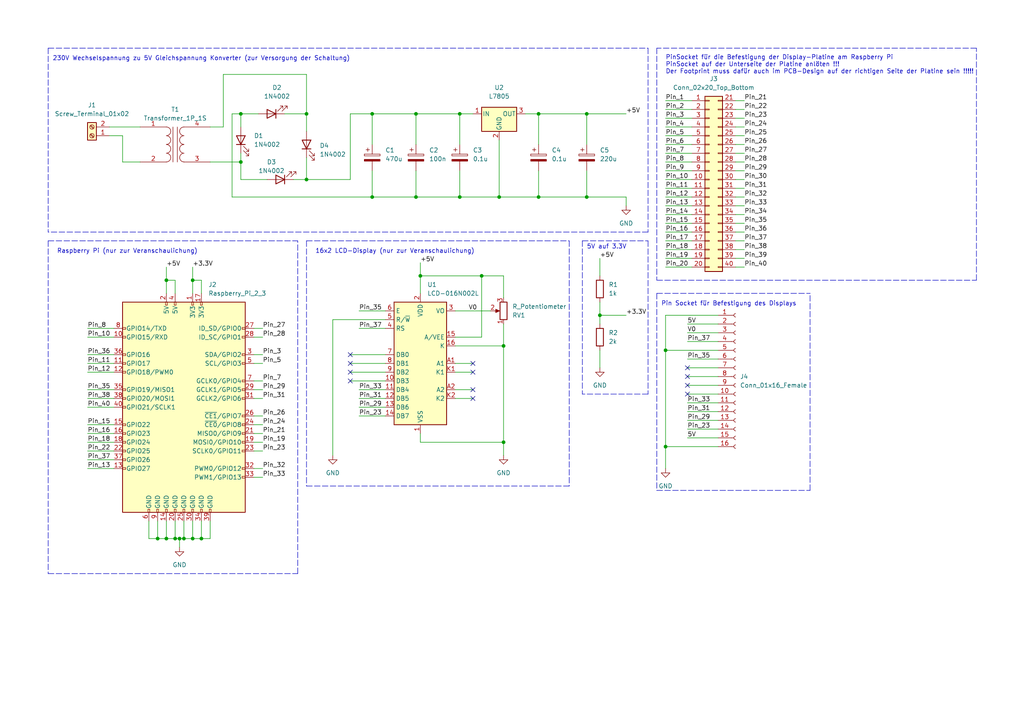
<source format=kicad_sch>
(kicad_sch (version 20211123) (generator eeschema)
  (paper "A4")
  (lib_symbols
    (symbol "Connector:Conn_01x16_Female" (pin_names (offset 1.016) hide)
      (property "Reference" "J" (at 0 20.32 0))
      (property "Value" "Conn_01x16_Female" (at 0 -22.86 0))
      (symbol "Conn_01x16_Female_1_1"
        (arc (start 0 -19.812) (mid -0.508 -20.32) (end 0 -20.828) (stroke (width 0.1524)))
        (arc (start 0 -17.272) (mid -0.508 -17.78) (end 0 -18.288) (stroke (width 0.1524)))
        (arc (start 0 -14.732) (mid -0.508 -15.24) (end 0 -15.748) (stroke (width 0.1524)))
        (arc (start 0 -12.192) (mid -0.508 -12.7) (end 0 -13.208) (stroke (width 0.1524)))
        (arc (start 0 -9.652) (mid -0.508 -10.16) (end 0 -10.668) (stroke (width 0.1524)))
        (arc (start 0 -7.112) (mid -0.508 -7.62) (end 0 -8.128) (stroke (width 0.1524)))
        (arc (start 0 -4.572) (mid -0.508 -5.08) (end 0 -5.588) (stroke (width 0.1524)))
        (arc (start 0 -2.032) (mid -0.508 -2.54) (end 0 -3.048) (stroke (width 0.1524)))
        (polyline (pts (xy -1.27 -20.32) (xy -0.508 -20.32)) (stroke (width 0.1524)))
        (polyline (pts (xy -1.27 -17.78) (xy -0.508 -17.78)) (stroke (width 0.1524)))
        (polyline (pts (xy -1.27 -15.24) (xy -0.508 -15.24)) (stroke (width 0.1524)))
        (polyline (pts (xy -1.27 -12.7) (xy -0.508 -12.7)) (stroke (width 0.1524)))
        (polyline (pts (xy -1.27 -10.16) (xy -0.508 -10.16)) (stroke (width 0.1524)))
        (polyline (pts (xy -1.27 -7.62) (xy -0.508 -7.62)) (stroke (width 0.1524)))
        (polyline (pts (xy -1.27 -5.08) (xy -0.508 -5.08)) (stroke (width 0.1524)))
        (polyline (pts (xy -1.27 -2.54) (xy -0.508 -2.54)) (stroke (width 0.1524)))
        (polyline (pts (xy -1.27 0) (xy -0.508 0)) (stroke (width 0.1524)))
        (polyline (pts (xy -1.27 2.54) (xy -0.508 2.54)) (stroke (width 0.1524)))
        (polyline (pts (xy -1.27 5.08) (xy -0.508 5.08)) (stroke (width 0.1524)))
        (polyline (pts (xy -1.27 7.62) (xy -0.508 7.62)) (stroke (width 0.1524)))
        (polyline (pts (xy -1.27 10.16) (xy -0.508 10.16)) (stroke (width 0.1524)))
        (polyline (pts (xy -1.27 12.7) (xy -0.508 12.7)) (stroke (width 0.1524)))
        (polyline (pts (xy -1.27 15.24) (xy -0.508 15.24)) (stroke (width 0.1524)))
        (polyline (pts (xy -1.27 17.78) (xy -0.508 17.78)) (stroke (width 0.1524)))
        (arc (start 0 0.508) (mid -0.508 0) (end 0 -0.508) (stroke (width 0.1524)))
        (arc (start 0 3.048) (mid -0.508 2.54) (end 0 2.032) (stroke (width 0.1524)))
        (arc (start 0 5.588) (mid -0.508 5.08) (end 0 4.572) (stroke (width 0.1524)))
        (arc (start 0 8.128) (mid -0.508 7.62) (end 0 7.112) (stroke (width 0.1524)))
        (arc (start 0 10.668) (mid -0.508 10.16) (end 0 9.652) (stroke (width 0.1524)))
        (arc (start 0 13.208) (mid -0.508 12.7) (end 0 12.192) (stroke (width 0.1524)))
        (arc (start 0 15.748) (mid -0.508 15.24) (end 0 14.732) (stroke (width 0.1524)))
        (arc (start 0 18.288) (mid -0.508 17.78) (end 0 17.272) (stroke (width 0.1524)))
        (pin passive line (at -5.08 17.78 0) (length 3.81) (name "Pin_1") (number "1"))
        (pin passive line (at -5.08 -5.08 0) (length 3.81) (name "Pin_10") (number "10"))
        (pin passive line (at -5.08 -7.62 0) (length 3.81) (name "Pin_11") (number "11"))
        (pin passive line (at -5.08 -10.16 0) (length 3.81) (name "Pin_12") (number "12"))
        (pin passive line (at -5.08 -12.7 0) (length 3.81) (name "Pin_13") (number "13"))
        (pin passive line (at -5.08 -15.24 0) (length 3.81) (name "Pin_14") (number "14"))
        (pin passive line (at -5.08 -17.78 0) (length 3.81) (name "Pin_15") (number "15"))
        (pin passive line (at -5.08 -20.32 0) (length 3.81) (name "Pin_16") (number "16"))
        (pin passive line (at -5.08 15.24 0) (length 3.81) (name "Pin_2") (number "2"))
        (pin passive line (at -5.08 12.7 0) (length 3.81) (name "Pin_3") (number "3"))
        (pin passive line (at -5.08 10.16 0) (length 3.81) (name "Pin_4") (number "4"))
        (pin passive line (at -5.08 7.62 0) (length 3.81) (name "Pin_5") (number "5"))
        (pin passive line (at -5.08 5.08 0) (length 3.81) (name "Pin_6") (number "6"))
        (pin passive line (at -5.08 2.54 0) (length 3.81) (name "Pin_7") (number "7"))
        (pin passive line (at -5.08 0 0) (length 3.81) (name "Pin_8") (number "8"))
        (pin passive line (at -5.08 -2.54 0) (length 3.81) (name "Pin_9") (number "9"))
      )
    )
    (symbol "Connector:Raspberry_Pi_2_3" (pin_names (offset 1.016))
      (property "Reference" "J" (at -17.78 31.75 0))
      (property "Value" "Raspberry_Pi_2_3" (at 10.16 -31.75 0))
      (symbol "Raspberry_Pi_2_3_0_1"
        (rectangle (start -17.78 30.48) (end 17.78 -30.48) (stroke (width 0.254)) (fill (type background)))
      )
      (symbol "Raspberry_Pi_2_3_1_1"
        (rectangle (start -16.891 -17.526) (end -17.78 -18.034))
        (rectangle (start -16.891 -14.986) (end -17.78 -15.494))
        (rectangle (start -16.891 -12.446) (end -17.78 -12.954))
        (rectangle (start -16.891 -9.906) (end -17.78 -10.414))
        (rectangle (start -16.891 -7.366) (end -17.78 -7.874))
        (rectangle (start -16.891 -4.826) (end -17.78 -5.334))
        (rectangle (start -16.891 0.254) (end -17.78 -0.254))
        (rectangle (start -16.891 2.794) (end -17.78 2.286))
        (rectangle (start -16.891 5.334) (end -17.78 4.826))
        (rectangle (start -16.891 10.414) (end -17.78 9.906))
        (rectangle (start -16.891 12.954) (end -17.78 12.446))
        (rectangle (start -16.891 15.494) (end -17.78 14.986))
        (rectangle (start -16.891 20.574) (end -17.78 20.066))
        (rectangle (start -16.891 23.114) (end -17.78 22.606))
        (rectangle (start -10.414 -29.591) (end -9.906 -30.48))
        (rectangle (start -7.874 -29.591) (end -7.366 -30.48))
        (rectangle (start -5.334 -29.591) (end -4.826 -30.48))
        (rectangle (start -5.334 30.48) (end -4.826 29.591))
        (rectangle (start -2.794 -29.591) (end -2.286 -30.48))
        (rectangle (start -2.794 30.48) (end -2.286 29.591))
        (rectangle (start -0.254 -29.591) (end 0.254 -30.48))
        (rectangle (start 2.286 -29.591) (end 2.794 -30.48))
        (rectangle (start 2.286 30.48) (end 2.794 29.591))
        (rectangle (start 4.826 -29.591) (end 5.334 -30.48))
        (rectangle (start 4.826 30.48) (end 5.334 29.591))
        (rectangle (start 7.366 -29.591) (end 7.874 -30.48))
        (rectangle (start 17.78 -20.066) (end 16.891 -20.574))
        (rectangle (start 17.78 -17.526) (end 16.891 -18.034))
        (rectangle (start 17.78 -12.446) (end 16.891 -12.954))
        (rectangle (start 17.78 -9.906) (end 16.891 -10.414))
        (rectangle (start 17.78 -7.366) (end 16.891 -7.874))
        (rectangle (start 17.78 -4.826) (end 16.891 -5.334))
        (rectangle (start 17.78 -2.286) (end 16.891 -2.794))
        (rectangle (start 17.78 2.794) (end 16.891 2.286))
        (rectangle (start 17.78 5.334) (end 16.891 4.826))
        (rectangle (start 17.78 7.874) (end 16.891 7.366))
        (rectangle (start 17.78 12.954) (end 16.891 12.446))
        (rectangle (start 17.78 15.494) (end 16.891 14.986))
        (rectangle (start 17.78 20.574) (end 16.891 20.066))
        (rectangle (start 17.78 23.114) (end 16.891 22.606))
        (pin power_in line (at 2.54 33.02 270) (length 2.54) (name "3V3") (number "1"))
        (pin bidirectional line (at -20.32 20.32 0) (length 2.54) (name "GPIO15/RXD") (number "10"))
        (pin bidirectional line (at -20.32 12.7 0) (length 2.54) (name "GPIO17") (number "11"))
        (pin bidirectional line (at -20.32 10.16 0) (length 2.54) (name "GPIO18/PWM0") (number "12"))
        (pin bidirectional line (at -20.32 -17.78 0) (length 2.54) (name "GPIO27") (number "13"))
        (pin power_in line (at -5.08 -33.02 90) (length 2.54) (name "GND") (number "14"))
        (pin bidirectional line (at -20.32 -5.08 0) (length 2.54) (name "GPIO22") (number "15"))
        (pin bidirectional line (at -20.32 -7.62 0) (length 2.54) (name "GPIO23") (number "16"))
        (pin power_in line (at 5.08 33.02 270) (length 2.54) (name "3V3") (number "17"))
        (pin bidirectional line (at -20.32 -10.16 0) (length 2.54) (name "GPIO24") (number "18"))
        (pin bidirectional line (at 20.32 -10.16 180) (length 2.54) (name "MOSI0/GPIO10") (number "19"))
        (pin power_in line (at -5.08 33.02 270) (length 2.54) (name "5V") (number "2"))
        (pin power_in line (at -2.54 -33.02 90) (length 2.54) (name "GND") (number "20"))
        (pin bidirectional line (at 20.32 -7.62 180) (length 2.54) (name "MISO0/GPIO9") (number "21"))
        (pin bidirectional line (at -20.32 -12.7 0) (length 2.54) (name "GPIO25") (number "22"))
        (pin bidirectional line (at 20.32 -12.7 180) (length 2.54) (name "SCLK0/GPIO11") (number "23"))
        (pin bidirectional line (at 20.32 -5.08 180) (length 2.54) (name "~{CE0}/GPIO8") (number "24"))
        (pin power_in line (at 0 -33.02 90) (length 2.54) (name "GND") (number "25"))
        (pin bidirectional line (at 20.32 -2.54 180) (length 2.54) (name "~{CE1}/GPIO7") (number "26"))
        (pin bidirectional line (at 20.32 22.86 180) (length 2.54) (name "ID_SD/GPIO0") (number "27"))
        (pin bidirectional line (at 20.32 20.32 180) (length 2.54) (name "ID_SC/GPIO1") (number "28"))
        (pin bidirectional line (at 20.32 5.08 180) (length 2.54) (name "GCLK1/GPIO5") (number "29"))
        (pin bidirectional line (at 20.32 15.24 180) (length 2.54) (name "SDA/GPIO2") (number "3"))
        (pin power_in line (at 2.54 -33.02 90) (length 2.54) (name "GND") (number "30"))
        (pin bidirectional line (at 20.32 2.54 180) (length 2.54) (name "GCLK2/GPIO6") (number "31"))
        (pin bidirectional line (at 20.32 -17.78 180) (length 2.54) (name "PWM0/GPIO12") (number "32"))
        (pin bidirectional line (at 20.32 -20.32 180) (length 2.54) (name "PWM1/GPIO13") (number "33"))
        (pin power_in line (at 5.08 -33.02 90) (length 2.54) (name "GND") (number "34"))
        (pin bidirectional line (at -20.32 5.08 0) (length 2.54) (name "GPIO19/MISO1") (number "35"))
        (pin bidirectional line (at -20.32 15.24 0) (length 2.54) (name "GPIO16") (number "36"))
        (pin bidirectional line (at -20.32 -15.24 0) (length 2.54) (name "GPIO26") (number "37"))
        (pin bidirectional line (at -20.32 2.54 0) (length 2.54) (name "GPIO20/MOSI1") (number "38"))
        (pin power_in line (at 7.62 -33.02 90) (length 2.54) (name "GND") (number "39"))
        (pin power_in line (at -2.54 33.02 270) (length 2.54) (name "5V") (number "4"))
        (pin bidirectional line (at -20.32 0 0) (length 2.54) (name "GPIO21/SCLK1") (number "40"))
        (pin bidirectional line (at 20.32 12.7 180) (length 2.54) (name "SCL/GPIO3") (number "5"))
        (pin power_in line (at -10.16 -33.02 90) (length 2.54) (name "GND") (number "6"))
        (pin bidirectional line (at 20.32 7.62 180) (length 2.54) (name "GCLK0/GPIO4") (number "7"))
        (pin bidirectional line (at -20.32 22.86 0) (length 2.54) (name "GPIO14/TXD") (number "8"))
        (pin power_in line (at -7.62 -33.02 90) (length 2.54) (name "GND") (number "9"))
      )
    )
    (symbol "Connector:Screw_Terminal_01x02" (pin_names (offset 1.016) hide)
      (property "Reference" "J" (at 0 2.54 0))
      (property "Value" "Screw_Terminal_01x02" (at 0 -5.08 0))
      (symbol "Screw_Terminal_01x02_1_1"
        (rectangle (start -1.27 1.27) (end 1.27 -3.81) (stroke (width 0.254)) (fill (type background)))
        (circle (center 0 -2.54) (radius 0.635) (stroke (width 0.1524)))
        (polyline (pts (xy -0.5334 -2.2098) (xy 0.3302 -3.048)) (stroke (width 0.1524)))
        (polyline (pts (xy -0.5334 0.3302) (xy 0.3302 -0.508)) (stroke (width 0.1524)))
        (polyline (pts (xy -0.3556 -2.032) (xy 0.508 -2.8702)) (stroke (width 0.1524)))
        (polyline (pts (xy -0.3556 0.508) (xy 0.508 -0.3302)) (stroke (width 0.1524)))
        (circle (center 0 0) (radius 0.635) (stroke (width 0.1524)))
        (pin passive line (at -5.08 0 0) (length 3.81) (name "Pin_1") (number "1"))
        (pin passive line (at -5.08 -2.54 0) (length 3.81) (name "Pin_2") (number "2"))
      )
    )
    (symbol "Connector_Generic:Conn_02x20_Top_Bottom" (pin_names (offset 1.016) hide)
      (property "Reference" "J" (at 1.27 25.4 0))
      (property "Value" "Conn_02x20_Top_Bottom" (at 1.27 -27.94 0))
      (symbol "Conn_02x20_Top_Bottom_1_1"
        (rectangle (start -1.27 -25.273) (end 0 -25.527) (stroke (width 0.1524)))
        (rectangle (start -1.27 -22.733) (end 0 -22.987) (stroke (width 0.1524)))
        (rectangle (start -1.27 -20.193) (end 0 -20.447) (stroke (width 0.1524)))
        (rectangle (start -1.27 -17.653) (end 0 -17.907) (stroke (width 0.1524)))
        (rectangle (start -1.27 -15.113) (end 0 -15.367) (stroke (width 0.1524)))
        (rectangle (start -1.27 -12.573) (end 0 -12.827) (stroke (width 0.1524)))
        (rectangle (start -1.27 -10.033) (end 0 -10.287) (stroke (width 0.1524)))
        (rectangle (start -1.27 -7.493) (end 0 -7.747) (stroke (width 0.1524)))
        (rectangle (start -1.27 -4.953) (end 0 -5.207) (stroke (width 0.1524)))
        (rectangle (start -1.27 -2.413) (end 0 -2.667) (stroke (width 0.1524)))
        (rectangle (start -1.27 0.127) (end 0 -0.127) (stroke (width 0.1524)))
        (rectangle (start -1.27 2.667) (end 0 2.413) (stroke (width 0.1524)))
        (rectangle (start -1.27 5.207) (end 0 4.953) (stroke (width 0.1524)))
        (rectangle (start -1.27 7.747) (end 0 7.493) (stroke (width 0.1524)))
        (rectangle (start -1.27 10.287) (end 0 10.033) (stroke (width 0.1524)))
        (rectangle (start -1.27 12.827) (end 0 12.573) (stroke (width 0.1524)))
        (rectangle (start -1.27 15.367) (end 0 15.113) (stroke (width 0.1524)))
        (rectangle (start -1.27 17.907) (end 0 17.653) (stroke (width 0.1524)))
        (rectangle (start -1.27 20.447) (end 0 20.193) (stroke (width 0.1524)))
        (rectangle (start -1.27 22.987) (end 0 22.733) (stroke (width 0.1524)))
        (rectangle (start -1.27 24.13) (end 3.81 -26.67) (stroke (width 0.254)) (fill (type background)))
        (rectangle (start 3.81 -25.273) (end 2.54 -25.527) (stroke (width 0.1524)))
        (rectangle (start 3.81 -22.733) (end 2.54 -22.987) (stroke (width 0.1524)))
        (rectangle (start 3.81 -20.193) (end 2.54 -20.447) (stroke (width 0.1524)))
        (rectangle (start 3.81 -17.653) (end 2.54 -17.907) (stroke (width 0.1524)))
        (rectangle (start 3.81 -15.113) (end 2.54 -15.367) (stroke (width 0.1524)))
        (rectangle (start 3.81 -12.573) (end 2.54 -12.827) (stroke (width 0.1524)))
        (rectangle (start 3.81 -10.033) (end 2.54 -10.287) (stroke (width 0.1524)))
        (rectangle (start 3.81 -7.493) (end 2.54 -7.747) (stroke (width 0.1524)))
        (rectangle (start 3.81 -4.953) (end 2.54 -5.207) (stroke (width 0.1524)))
        (rectangle (start 3.81 -2.413) (end 2.54 -2.667) (stroke (width 0.1524)))
        (rectangle (start 3.81 0.127) (end 2.54 -0.127) (stroke (width 0.1524)))
        (rectangle (start 3.81 2.667) (end 2.54 2.413) (stroke (width 0.1524)))
        (rectangle (start 3.81 5.207) (end 2.54 4.953) (stroke (width 0.1524)))
        (rectangle (start 3.81 7.747) (end 2.54 7.493) (stroke (width 0.1524)))
        (rectangle (start 3.81 10.287) (end 2.54 10.033) (stroke (width 0.1524)))
        (rectangle (start 3.81 12.827) (end 2.54 12.573) (stroke (width 0.1524)))
        (rectangle (start 3.81 15.367) (end 2.54 15.113) (stroke (width 0.1524)))
        (rectangle (start 3.81 17.907) (end 2.54 17.653) (stroke (width 0.1524)))
        (rectangle (start 3.81 20.447) (end 2.54 20.193) (stroke (width 0.1524)))
        (rectangle (start 3.81 22.987) (end 2.54 22.733) (stroke (width 0.1524)))
        (pin passive line (at -5.08 22.86 0) (length 3.81) (name "Pin_1") (number "1"))
        (pin passive line (at -5.08 0 0) (length 3.81) (name "Pin_10") (number "10"))
        (pin passive line (at -5.08 -2.54 0) (length 3.81) (name "Pin_11") (number "11"))
        (pin passive line (at -5.08 -5.08 0) (length 3.81) (name "Pin_12") (number "12"))
        (pin passive line (at -5.08 -7.62 0) (length 3.81) (name "Pin_13") (number "13"))
        (pin passive line (at -5.08 -10.16 0) (length 3.81) (name "Pin_14") (number "14"))
        (pin passive line (at -5.08 -12.7 0) (length 3.81) (name "Pin_15") (number "15"))
        (pin passive line (at -5.08 -15.24 0) (length 3.81) (name "Pin_16") (number "16"))
        (pin passive line (at -5.08 -17.78 0) (length 3.81) (name "Pin_17") (number "17"))
        (pin passive line (at -5.08 -20.32 0) (length 3.81) (name "Pin_18") (number "18"))
        (pin passive line (at -5.08 -22.86 0) (length 3.81) (name "Pin_19") (number "19"))
        (pin passive line (at -5.08 20.32 0) (length 3.81) (name "Pin_2") (number "2"))
        (pin passive line (at -5.08 -25.4 0) (length 3.81) (name "Pin_20") (number "20"))
        (pin passive line (at 7.62 22.86 180) (length 3.81) (name "Pin_21") (number "21"))
        (pin passive line (at 7.62 20.32 180) (length 3.81) (name "Pin_22") (number "22"))
        (pin passive line (at 7.62 17.78 180) (length 3.81) (name "Pin_23") (number "23"))
        (pin passive line (at 7.62 15.24 180) (length 3.81) (name "Pin_24") (number "24"))
        (pin passive line (at 7.62 12.7 180) (length 3.81) (name "Pin_25") (number "25"))
        (pin passive line (at 7.62 10.16 180) (length 3.81) (name "Pin_26") (number "26"))
        (pin passive line (at 7.62 7.62 180) (length 3.81) (name "Pin_27") (number "27"))
        (pin passive line (at 7.62 5.08 180) (length 3.81) (name "Pin_28") (number "28"))
        (pin passive line (at 7.62 2.54 180) (length 3.81) (name "Pin_29") (number "29"))
        (pin passive line (at -5.08 17.78 0) (length 3.81) (name "Pin_3") (number "3"))
        (pin passive line (at 7.62 0 180) (length 3.81) (name "Pin_30") (number "30"))
        (pin passive line (at 7.62 -2.54 180) (length 3.81) (name "Pin_31") (number "31"))
        (pin passive line (at 7.62 -5.08 180) (length 3.81) (name "Pin_32") (number "32"))
        (pin passive line (at 7.62 -7.62 180) (length 3.81) (name "Pin_33") (number "33"))
        (pin passive line (at 7.62 -10.16 180) (length 3.81) (name "Pin_34") (number "34"))
        (pin passive line (at 7.62 -12.7 180) (length 3.81) (name "Pin_35") (number "35"))
        (pin passive line (at 7.62 -15.24 180) (length 3.81) (name "Pin_36") (number "36"))
        (pin passive line (at 7.62 -17.78 180) (length 3.81) (name "Pin_37") (number "37"))
        (pin passive line (at 7.62 -20.32 180) (length 3.81) (name "Pin_38") (number "38"))
        (pin passive line (at 7.62 -22.86 180) (length 3.81) (name "Pin_39") (number "39"))
        (pin passive line (at -5.08 15.24 0) (length 3.81) (name "Pin_4") (number "4"))
        (pin passive line (at 7.62 -25.4 180) (length 3.81) (name "Pin_40") (number "40"))
        (pin passive line (at -5.08 12.7 0) (length 3.81) (name "Pin_5") (number "5"))
        (pin passive line (at -5.08 10.16 0) (length 3.81) (name "Pin_6") (number "6"))
        (pin passive line (at -5.08 7.62 0) (length 3.81) (name "Pin_7") (number "7"))
        (pin passive line (at -5.08 5.08 0) (length 3.81) (name "Pin_8") (number "8"))
        (pin passive line (at -5.08 2.54 0) (length 3.81) (name "Pin_9") (number "9"))
      )
    )
    (symbol "Device:C_Polarized" (pin_numbers hide) (pin_names (offset 0.254))
      (property "Reference" "C" (at 0.635 2.54 0))
      (property "Value" "C_Polarized" (at 0.635 -2.54 0))
      (symbol "C_Polarized_0_1"
        (rectangle (start -2.286 0.508) (end 2.286 1.016))
        (polyline (pts (xy -1.778 2.286) (xy -0.762 2.286)))
        (polyline (pts (xy -1.27 2.794) (xy -1.27 1.778)))
        (rectangle (start 2.286 -0.508) (end -2.286 -1.016) (fill (type outline)))
      )
      (symbol "C_Polarized_1_1"
        (pin passive line (at 0 3.81 270) (length 2.794) (name "~") (number "1"))
        (pin passive line (at 0 -3.81 90) (length 2.794) (name "~") (number "2"))
      )
    )
    (symbol "Device:LED" (pin_numbers hide) (pin_names (offset 1.016) hide)
      (property "Reference" "D" (at 0 2.54 0))
      (property "Value" "LED" (at 0 -2.54 0))
      (symbol "LED_0_1"
        (polyline (pts (xy -1.27 -1.27) (xy -1.27 1.27)) (stroke (width 0.254)))
        (polyline (pts (xy -1.27 0) (xy 1.27 0)))
        (polyline (pts (xy 1.27 -1.27) (xy 1.27 1.27) (xy -1.27 0) (xy 1.27 -1.27)) (stroke (width 0.254)))
        (polyline (pts (xy -3.048 -0.762) (xy -4.572 -2.286) (xy -3.81 -2.286) (xy -4.572 -2.286) (xy -4.572 -1.524)))
        (polyline (pts (xy -1.778 -0.762) (xy -3.302 -2.286) (xy -2.54 -2.286) (xy -3.302 -2.286) (xy -3.302 -1.524)))
      )
      (symbol "LED_1_1"
        (pin passive line (at -3.81 0 0) (length 2.54) (name "K") (number "1"))
        (pin passive line (at 3.81 0 180) (length 2.54) (name "A") (number "2"))
      )
    )
    (symbol "Device:R" (pin_numbers hide) (pin_names (offset 0))
      (property "Reference" "R" (at 2.032 0 90))
      (property "Value" "R" (at 0 0 90))
      (symbol "R_0_1"
        (rectangle (start -1.016 -2.54) (end 1.016 2.54) (stroke (width 0.254)))
      )
      (symbol "R_1_1"
        (pin passive line (at 0 3.81 270) (length 1.27) (name "~") (number "1"))
        (pin passive line (at 0 -3.81 90) (length 1.27) (name "~") (number "2"))
      )
    )
    (symbol "Device:R_Potentiometer" (pin_names (offset 1.016) hide)
      (property "Reference" "RV" (at -4.445 0 90))
      (property "Value" "R_Potentiometer" (at -2.54 0 90))
      (symbol "R_Potentiometer_0_1"
        (polyline (pts (xy 2.54 0) (xy 1.524 0)))
        (polyline (pts (xy 1.143 0) (xy 2.286 0.508) (xy 2.286 -0.508) (xy 1.143 0)) (fill (type outline)))
        (rectangle (start 1.016 2.54) (end -1.016 -2.54) (stroke (width 0.254)))
      )
      (symbol "R_Potentiometer_1_1"
        (pin passive line (at 0 3.81 270) (length 1.27) (name "1") (number "1"))
        (pin passive line (at 3.81 0 180) (length 1.27) (name "2") (number "2"))
        (pin passive line (at 0 -3.81 90) (length 1.27) (name "3") (number "3"))
      )
    )
    (symbol "Device:Transformer_1P_1S" (pin_names (offset 1.016) hide)
      (property "Reference" "T" (at 0 6.35 0))
      (property "Value" "Transformer_1P_1S" (at 0 -7.62 0))
      (symbol "Transformer_1P_1S_0_1"
        (arc (start -2.54 -5.0546) (mid -1.6599 -4.6901) (end -1.27 -3.81))
        (arc (start -2.54 -2.5146) (mid -1.6599 -2.1501) (end -1.27 -1.27))
        (arc (start -2.54 0.0254) (mid -1.6599 0.3899) (end -1.27 1.27))
        (arc (start -2.54 2.5654) (mid -1.6599 2.9299) (end -1.27 3.81))
        (arc (start -1.27 -3.81) (mid -1.642 -2.912) (end -2.54 -2.54))
        (arc (start -1.27 -1.27) (mid -1.642 -0.372) (end -2.54 0))
        (arc (start -1.27 1.27) (mid -1.642 2.168) (end -2.54 2.54))
        (arc (start -1.27 3.81) (mid -1.642 4.708) (end -2.54 5.08))
        (polyline (pts (xy -0.635 5.08) (xy -0.635 -5.08)))
        (polyline (pts (xy 0.635 -5.08) (xy 0.635 5.08)))
        (arc (start 1.2954 -1.27) (mid 1.6599 -2.1501) (end 2.54 -2.5146))
        (arc (start 1.2954 1.27) (mid 1.6599 0.3899) (end 2.54 0.0254))
        (arc (start 1.2954 3.81) (mid 1.6599 2.9299) (end 2.54 2.5654))
        (arc (start 1.3208 -3.81) (mid 1.6853 -4.6901) (end 2.5654 -5.0546))
        (arc (start 2.54 0) (mid 1.642 -0.372) (end 1.2954 -1.27))
        (arc (start 2.54 2.54) (mid 1.642 2.168) (end 1.2954 1.27))
        (arc (start 2.54 5.08) (mid 1.642 4.708) (end 1.2954 3.81))
        (arc (start 2.5654 -2.54) (mid 1.6674 -2.912) (end 1.3208 -3.81))
      )
      (symbol "Transformer_1P_1S_1_1"
        (pin passive line (at -10.16 5.08 0) (length 7.62) (name "AA") (number "1"))
        (pin passive line (at -10.16 -5.08 0) (length 7.62) (name "AB") (number "2"))
        (pin passive line (at 10.16 -5.08 180) (length 7.62) (name "SA") (number "3"))
        (pin passive line (at 10.16 5.08 180) (length 7.62) (name "SB") (number "4"))
      )
    )
    (symbol "Display_Character:LCD-016N002L"
      (property "Reference" "U" (at -6.35 18.796 0))
      (property "Value" "LCD-016N002L" (at 8.636 18.796 0))
      (symbol "LCD-016N002L_1_1"
        (rectangle (start -7.62 17.78) (end 7.62 -17.78) (stroke (width 0.254)) (fill (type background)))
        (pin power_in line (at 0 -20.32 90) (length 2.54) (name "VSS") (number "1"))
        (pin bidirectional line (at -10.16 -5.08 0) (length 2.54) (name "DB3") (number "10"))
        (pin bidirectional line (at -10.16 -7.62 0) (length 2.54) (name "DB4") (number "11"))
        (pin bidirectional line (at -10.16 -10.16 0) (length 2.54) (name "DB5") (number "12"))
        (pin bidirectional line (at -10.16 -12.7 0) (length 2.54) (name "DB6") (number "13"))
        (pin bidirectional line (at -10.16 -15.24 0) (length 2.54) (name "DB7") (number "14"))
        (pin power_in line (at 10.16 7.62 180) (length 2.54) (name "A/VEE") (number "15"))
        (pin power_in line (at 10.16 5.08 180) (length 2.54) (name "K") (number "16"))
        (pin power_in line (at 0 20.32 270) (length 2.54) (name "VDD") (number "2"))
        (pin input line (at 10.16 15.24 180) (length 2.54) (name "VO") (number "3"))
        (pin input line (at -10.16 10.16 0) (length 2.54) (name "RS") (number "4"))
        (pin input line (at -10.16 12.7 0) (length 2.54) (name "R/~{W}") (number "5"))
        (pin input line (at -10.16 15.24 0) (length 2.54) (name "E") (number "6"))
        (pin bidirectional line (at -10.16 2.54 0) (length 2.54) (name "DB0") (number "7"))
        (pin bidirectional line (at -10.16 0 0) (length 2.54) (name "DB1") (number "8"))
        (pin bidirectional line (at -10.16 -2.54 0) (length 2.54) (name "DB2") (number "9"))
        (pin power_in line (at 10.16 0 180) (length 2.54) (name "A1") (number "A1"))
        (pin power_in line (at 10.16 -7.62 180) (length 2.54) (name "A2") (number "A2"))
        (pin power_in line (at 10.16 -2.54 180) (length 2.54) (name "K1") (number "K1"))
        (pin power_in line (at 10.16 -10.16 180) (length 2.54) (name "K2") (number "K2"))
      )
    )
    (symbol "Regulator_Linear:L7805" (pin_names (offset 0.254))
      (property "Reference" "U" (at -3.81 3.175 0))
      (property "Value" "L7805" (at 0 3.175 0))
      (symbol "L7805_0_1"
        (rectangle (start -5.08 1.905) (end 5.08 -5.08) (stroke (width 0.254)) (fill (type background)))
      )
      (symbol "L7805_1_1"
        (pin power_in line (at -7.62 0 0) (length 2.54) (name "IN") (number "1"))
        (pin power_in line (at 0 -7.62 90) (length 2.54) (name "GND") (number "2"))
        (pin power_out line (at 7.62 0 180) (length 2.54) (name "OUT") (number "3"))
      )
    )
    (symbol "power:GND" (power) (pin_names (offset 0))
      (property "Value" "GND" (at 0 -3.81 0))
      (symbol "GND_0_1"
        (polyline (pts (xy 0 0) (xy 0 -1.27) (xy 1.27 -1.27) (xy 0 -2.54) (xy -1.27 -1.27) (xy 0 -1.27)))
      )
      (symbol "GND_1_1"
        (pin power_in line (at 0 0 270) (length 0) hide (name "GND") (number "1"))
      )
    )
  )
  (junction (at 146.05 128.27))
  (junction (at 139.7 80.01))
  (junction (at 173.99 91.44))
  (junction (at 170.18 33.02))
  (junction (at 55.88 81.28))
  (junction (at 156.21 57.15))
  (junction (at 133.35 33.02))
  (junction (at 156.21 33.02))
  (junction (at 107.95 33.02))
  (junction (at 88.9 33.02))
  (junction (at 55.88 156.21))
  (junction (at 45.72 156.21))
  (junction (at 133.35 57.15))
  (junction (at 52.07 156.21))
  (junction (at 121.92 80.01))
  (junction (at 53.34 156.21))
  (junction (at 50.8 156.21))
  (junction (at 193.04 129.54))
  (junction (at 170.18 57.15))
  (junction (at 120.65 33.02))
  (junction (at 120.65 57.15))
  (junction (at 193.04 101.6))
  (junction (at 146.05 100.33))
  (junction (at 48.26 81.28))
  (junction (at 69.85 46.99))
  (junction (at 144.78 57.15))
  (junction (at 48.26 156.21))
  (junction (at 88.9 52.07))
  (junction (at 107.95 57.15))
  (junction (at 58.42 156.21))
  (junction (at 69.85 33.02))
  (no_connect (at 137.16 115.57))
  (no_connect (at 199.39 109.22))
  (no_connect (at 137.16 105.41))
  (no_connect (at 137.16 107.95))
  (no_connect (at 199.39 111.76))
  (no_connect (at 199.39 114.3))
  (no_connect (at 101.6 105.41))
  (no_connect (at 101.6 110.49))
  (no_connect (at 101.6 107.95))
  (no_connect (at 199.39 106.68))
  (no_connect (at 137.16 113.03))
  (no_connect (at 101.6 102.87))
  (wire (pts (xy 213.36 46.99) (xy 215.9 46.99)))
  (wire (pts (xy 144.78 57.15) (xy 144.78 40.64)))
  (wire (pts (xy 170.18 33.02) (xy 170.18 41.91)))
  (wire (pts (xy 146.05 128.27) (xy 146.05 132.08)))
  (wire (pts (xy 31.75 36.83) (xy 40.64 36.83)))
  (polyline (pts (xy 13.97 166.37) (xy 86.36 166.37)))
  (wire (pts (xy 25.4 125.73) (xy 33.02 125.73)))
  (wire (pts (xy 199.39 106.68) (xy 208.28 106.68)))
  (wire (pts (xy 107.95 33.02) (xy 101.6 33.02)))
  (wire (pts (xy 193.04 54.61) (xy 200.66 54.61)))
  (wire (pts (xy 193.04 129.54) (xy 208.28 129.54)))
  (wire (pts (xy 213.36 31.75) (xy 215.9 31.75)))
  (wire (pts (xy 35.56 46.99) (xy 40.64 46.99)))
  (wire (pts (xy 69.85 46.99) (xy 69.85 52.07)))
  (wire (pts (xy 104.14 118.11) (xy 111.76 118.11)))
  (wire (pts (xy 173.99 87.63) (xy 173.99 91.44)))
  (wire (pts (xy 25.4 133.35) (xy 33.02 133.35)))
  (wire (pts (xy 25.4 130.81) (xy 33.02 130.81)))
  (wire (pts (xy 132.08 90.17) (xy 142.24 90.17)))
  (wire (pts (xy 193.04 39.37) (xy 200.66 39.37)))
  (wire (pts (xy 193.04 46.99) (xy 200.66 46.99)))
  (wire (pts (xy 73.66 115.57) (xy 76.2 115.57)))
  (wire (pts (xy 181.61 57.15) (xy 181.61 59.69)))
  (wire (pts (xy 121.92 128.27) (xy 146.05 128.27)))
  (wire (pts (xy 52.07 156.21) (xy 53.34 156.21)))
  (wire (pts (xy 156.21 57.15) (xy 170.18 57.15)))
  (wire (pts (xy 45.72 156.21) (xy 48.26 156.21)))
  (wire (pts (xy 121.92 80.01) (xy 121.92 85.09)))
  (wire (pts (xy 199.39 96.52) (xy 208.28 96.52)))
  (wire (pts (xy 69.85 44.45) (xy 69.85 46.99)))
  (wire (pts (xy 213.36 67.31) (xy 215.9 67.31)))
  (wire (pts (xy 107.95 33.02) (xy 107.95 41.91)))
  (wire (pts (xy 213.36 77.47) (xy 215.9 77.47)))
  (wire (pts (xy 193.04 101.6) (xy 208.28 101.6)))
  (wire (pts (xy 139.7 97.79) (xy 132.08 97.79)))
  (polyline (pts (xy 190.5 13.97) (xy 190.5 81.28)))
  (wire (pts (xy 213.36 34.29) (xy 215.9 34.29)))
  (wire (pts (xy 133.35 57.15) (xy 144.78 57.15)))
  (wire (pts (xy 73.66 105.41) (xy 76.2 105.41)))
  (wire (pts (xy 73.66 128.27) (xy 76.2 128.27)))
  (polyline (pts (xy 88.9 69.85) (xy 151.13 69.85)))
  (wire (pts (xy 213.36 44.45) (xy 215.9 44.45)))
  (polyline (pts (xy 187.96 13.97) (xy 187.96 67.31)))
  (wire (pts (xy 52.07 156.21) (xy 52.07 158.75)))
  (polyline (pts (xy 190.5 85.09) (xy 234.95 85.09)))
  (polyline (pts (xy 168.91 69.85) (xy 187.96 69.85)))
  (wire (pts (xy 156.21 33.02) (xy 156.21 41.91)))
  (wire (pts (xy 73.66 113.03) (xy 76.2 113.03)))
  (wire (pts (xy 73.66 120.65) (xy 76.2 120.65)))
  (wire (pts (xy 55.88 81.28) (xy 58.42 81.28)))
  (wire (pts (xy 146.05 86.36) (xy 146.05 80.01)))
  (wire (pts (xy 213.36 49.53) (xy 215.9 49.53)))
  (wire (pts (xy 73.66 125.73) (xy 76.2 125.73)))
  (wire (pts (xy 25.4 113.03) (xy 33.02 113.03)))
  (polyline (pts (xy 187.96 67.31) (xy 13.97 67.31)))
  (wire (pts (xy 213.36 41.91) (xy 215.9 41.91)))
  (polyline (pts (xy 165.1 140.97) (xy 151.13 140.97)))
  (wire (pts (xy 213.36 74.93) (xy 215.9 74.93)))
  (polyline (pts (xy 88.9 69.85) (xy 88.9 140.97)))
  (wire (pts (xy 25.4 102.87) (xy 33.02 102.87)))
  (wire (pts (xy 199.39 119.38) (xy 208.28 119.38)))
  (wire (pts (xy 193.04 57.15) (xy 200.66 57.15)))
  (wire (pts (xy 64.77 36.83) (xy 64.77 21.59)))
  (wire (pts (xy 45.72 151.13) (xy 45.72 156.21)))
  (wire (pts (xy 67.31 57.15) (xy 67.31 33.02)))
  (wire (pts (xy 199.39 116.84) (xy 208.28 116.84)))
  (wire (pts (xy 199.39 109.22) (xy 208.28 109.22)))
  (wire (pts (xy 170.18 49.53) (xy 170.18 57.15)))
  (wire (pts (xy 60.96 46.99) (xy 69.85 46.99)))
  (polyline (pts (xy 190.5 142.24) (xy 234.95 142.24)))
  (wire (pts (xy 193.04 52.07) (xy 200.66 52.07)))
  (wire (pts (xy 173.99 101.6) (xy 173.99 106.68)))
  (wire (pts (xy 146.05 80.01) (xy 139.7 80.01)))
  (wire (pts (xy 139.7 80.01) (xy 139.7 97.79)))
  (wire (pts (xy 213.36 39.37) (xy 215.9 39.37)))
  (wire (pts (xy 104.14 95.25) (xy 111.76 95.25)))
  (wire (pts (xy 48.26 81.28) (xy 50.8 81.28)))
  (wire (pts (xy 193.04 49.53) (xy 200.66 49.53)))
  (wire (pts (xy 193.04 77.47) (xy 200.66 77.47)))
  (wire (pts (xy 199.39 127) (xy 208.28 127)))
  (wire (pts (xy 50.8 81.28) (xy 50.8 85.09)))
  (wire (pts (xy 199.39 111.76) (xy 208.28 111.76)))
  (wire (pts (xy 193.04 72.39) (xy 200.66 72.39)))
  (polyline (pts (xy 187.96 69.85) (xy 187.96 114.3)))
  (wire (pts (xy 213.36 52.07) (xy 215.9 52.07)))
  (wire (pts (xy 120.65 33.02) (xy 107.95 33.02)))
  (wire (pts (xy 104.14 113.03) (xy 111.76 113.03)))
  (polyline (pts (xy 151.13 69.85) (xy 165.1 69.85)))
  (wire (pts (xy 193.04 101.6) (xy 193.04 129.54)))
  (wire (pts (xy 104.14 115.57) (xy 111.76 115.57)))
  (wire (pts (xy 193.04 64.77) (xy 200.66 64.77)))
  (wire (pts (xy 193.04 44.45) (xy 200.66 44.45)))
  (wire (pts (xy 69.85 33.02) (xy 69.85 36.83)))
  (wire (pts (xy 199.39 114.3) (xy 208.28 114.3)))
  (wire (pts (xy 73.66 123.19) (xy 76.2 123.19)))
  (polyline (pts (xy 165.1 69.85) (xy 165.1 140.97)))
  (wire (pts (xy 48.26 151.13) (xy 48.26 156.21)))
  (wire (pts (xy 213.36 72.39) (xy 215.9 72.39)))
  (wire (pts (xy 193.04 69.85) (xy 200.66 69.85)))
  (wire (pts (xy 199.39 121.92) (xy 208.28 121.92)))
  (wire (pts (xy 73.66 102.87) (xy 76.2 102.87)))
  (polyline (pts (xy 168.91 69.85) (xy 168.91 114.3)))
  (wire (pts (xy 107.95 49.53) (xy 107.95 57.15)))
  (polyline (pts (xy 283.21 81.28) (xy 283.21 13.97)))
  (wire (pts (xy 31.75 39.37) (xy 35.56 39.37)))
  (wire (pts (xy 213.36 57.15) (xy 215.9 57.15)))
  (wire (pts (xy 101.6 52.07) (xy 88.9 52.07)))
  (wire (pts (xy 73.66 110.49) (xy 76.2 110.49)))
  (wire (pts (xy 73.66 130.81) (xy 76.2 130.81)))
  (wire (pts (xy 193.04 62.23) (xy 200.66 62.23)))
  (wire (pts (xy 132.08 100.33) (xy 146.05 100.33)))
  (wire (pts (xy 193.04 34.29) (xy 200.66 34.29)))
  (wire (pts (xy 193.04 74.93) (xy 200.66 74.93)))
  (wire (pts (xy 55.88 156.21) (xy 53.34 156.21)))
  (wire (pts (xy 213.36 69.85) (xy 215.9 69.85)))
  (wire (pts (xy 107.95 57.15) (xy 120.65 57.15)))
  (wire (pts (xy 96.52 92.71) (xy 111.76 92.71)))
  (polyline (pts (xy 13.97 69.85) (xy 86.36 69.85)))
  (wire (pts (xy 88.9 21.59) (xy 88.9 33.02)))
  (wire (pts (xy 213.36 29.21) (xy 215.9 29.21)))
  (wire (pts (xy 199.39 99.06) (xy 208.28 99.06)))
  (wire (pts (xy 120.65 33.02) (xy 120.65 41.91)))
  (wire (pts (xy 48.26 81.28) (xy 48.26 85.09)))
  (wire (pts (xy 85.09 52.07) (xy 88.9 52.07)))
  (polyline (pts (xy 86.36 166.37) (xy 86.36 69.85)))
  (wire (pts (xy 25.4 128.27) (xy 33.02 128.27)))
  (wire (pts (xy 193.04 67.31) (xy 200.66 67.31)))
  (wire (pts (xy 193.04 41.91) (xy 200.66 41.91)))
  (wire (pts (xy 55.88 77.47) (xy 55.88 81.28)))
  (wire (pts (xy 213.36 59.69) (xy 215.9 59.69)))
  (wire (pts (xy 133.35 49.53) (xy 133.35 57.15)))
  (wire (pts (xy 213.36 62.23) (xy 215.9 62.23)))
  (wire (pts (xy 146.05 93.98) (xy 146.05 100.33)))
  (wire (pts (xy 82.55 33.02) (xy 88.9 33.02)))
  (wire (pts (xy 73.66 95.25) (xy 76.2 95.25)))
  (polyline (pts (xy 13.97 69.85) (xy 13.97 166.37)))
  (wire (pts (xy 25.4 105.41) (xy 33.02 105.41)))
  (wire (pts (xy 101.6 102.87) (xy 111.76 102.87)))
  (wire (pts (xy 58.42 151.13) (xy 58.42 156.21)))
  (wire (pts (xy 120.65 49.53) (xy 120.65 57.15)))
  (wire (pts (xy 48.26 156.21) (xy 50.8 156.21)))
  (wire (pts (xy 133.35 33.02) (xy 133.35 41.91)))
  (wire (pts (xy 144.78 57.15) (xy 156.21 57.15)))
  (wire (pts (xy 193.04 91.44) (xy 193.04 101.6)))
  (wire (pts (xy 132.08 113.03) (xy 137.16 113.03)))
  (wire (pts (xy 101.6 107.95) (xy 111.76 107.95)))
  (wire (pts (xy 156.21 49.53) (xy 156.21 57.15)))
  (wire (pts (xy 146.05 128.27) (xy 146.05 100.33)))
  (wire (pts (xy 58.42 156.21) (xy 55.88 156.21)))
  (wire (pts (xy 132.08 115.57) (xy 137.16 115.57)))
  (wire (pts (xy 73.66 97.79) (xy 76.2 97.79)))
  (wire (pts (xy 58.42 81.28) (xy 58.42 85.09)))
  (polyline (pts (xy 190.5 85.09) (xy 190.5 142.24)))
  (wire (pts (xy 137.16 33.02) (xy 133.35 33.02)))
  (wire (pts (xy 193.04 59.69) (xy 200.66 59.69)))
  (wire (pts (xy 152.4 33.02) (xy 156.21 33.02)))
  (wire (pts (xy 88.9 52.07) (xy 88.9 45.72)))
  (wire (pts (xy 25.4 123.19) (xy 33.02 123.19)))
  (wire (pts (xy 25.4 115.57) (xy 33.02 115.57)))
  (wire (pts (xy 73.66 138.43) (xy 76.2 138.43)))
  (wire (pts (xy 199.39 124.46) (xy 208.28 124.46)))
  (wire (pts (xy 96.52 92.71) (xy 96.52 132.08)))
  (polyline (pts (xy 190.5 81.28) (xy 283.21 81.28)))
  (wire (pts (xy 101.6 33.02) (xy 101.6 52.07)))
  (wire (pts (xy 101.6 105.41) (xy 111.76 105.41)))
  (wire (pts (xy 120.65 57.15) (xy 133.35 57.15)))
  (wire (pts (xy 73.66 135.89) (xy 76.2 135.89)))
  (wire (pts (xy 60.96 36.83) (xy 64.77 36.83)))
  (polyline (pts (xy 283.21 13.97) (xy 190.5 13.97)))
  (wire (pts (xy 173.99 74.93) (xy 173.99 80.01)))
  (wire (pts (xy 121.92 125.73) (xy 121.92 128.27)))
  (wire (pts (xy 25.4 95.25) (xy 33.02 95.25)))
  (wire (pts (xy 60.96 156.21) (xy 58.42 156.21)))
  (wire (pts (xy 43.18 156.21) (xy 45.72 156.21)))
  (wire (pts (xy 25.4 135.89) (xy 33.02 135.89)))
  (wire (pts (xy 173.99 91.44) (xy 173.99 93.98)))
  (wire (pts (xy 193.04 29.21) (xy 200.66 29.21)))
  (wire (pts (xy 60.96 151.13) (xy 60.96 156.21)))
  (wire (pts (xy 55.88 151.13) (xy 55.88 156.21)))
  (wire (pts (xy 25.4 118.11) (xy 33.02 118.11)))
  (wire (pts (xy 74.93 33.02) (xy 69.85 33.02)))
  (wire (pts (xy 199.39 104.14) (xy 208.28 104.14)))
  (wire (pts (xy 199.39 93.98) (xy 208.28 93.98)))
  (wire (pts (xy 104.14 90.17) (xy 111.76 90.17)))
  (wire (pts (xy 193.04 31.75) (xy 200.66 31.75)))
  (wire (pts (xy 213.36 54.61) (xy 215.9 54.61)))
  (wire (pts (xy 48.26 77.47) (xy 48.26 81.28)))
  (wire (pts (xy 132.08 105.41) (xy 137.16 105.41)))
  (wire (pts (xy 53.34 151.13) (xy 53.34 156.21)))
  (wire (pts (xy 193.04 129.54) (xy 193.04 135.89)))
  (wire (pts (xy 35.56 39.37) (xy 35.56 46.99)))
  (wire (pts (xy 43.18 151.13) (xy 43.18 156.21)))
  (wire (pts (xy 55.88 81.28) (xy 55.88 85.09)))
  (wire (pts (xy 170.18 33.02) (xy 181.61 33.02)))
  (wire (pts (xy 193.04 91.44) (xy 208.28 91.44)))
  (wire (pts (xy 25.4 107.95) (xy 33.02 107.95)))
  (wire (pts (xy 25.4 97.79) (xy 33.02 97.79)))
  (polyline (pts (xy 88.9 140.97) (xy 151.13 140.97)))
  (wire (pts (xy 69.85 52.07) (xy 77.47 52.07)))
  (wire (pts (xy 50.8 156.21) (xy 52.07 156.21)))
  (wire (pts (xy 67.31 33.02) (xy 69.85 33.02)))
  (polyline (pts (xy 187.96 114.3) (xy 168.91 114.3)))
  (wire (pts (xy 132.08 107.95) (xy 137.16 107.95)))
  (wire (pts (xy 101.6 110.49) (xy 111.76 110.49)))
  (wire (pts (xy 64.77 21.59) (xy 88.9 21.59)))
  (wire (pts (xy 193.04 36.83) (xy 200.66 36.83)))
  (wire (pts (xy 213.36 36.83) (xy 215.9 36.83)))
  (polyline (pts (xy 13.97 13.97) (xy 187.96 13.97)))
  (wire (pts (xy 67.31 57.15) (xy 107.95 57.15)))
  (wire (pts (xy 121.92 80.01) (xy 139.7 80.01)))
  (wire (pts (xy 156.21 33.02) (xy 170.18 33.02)))
  (polyline (pts (xy 234.95 142.24) (xy 234.95 85.09)))
  (wire (pts (xy 88.9 33.02) (xy 88.9 38.1)))
  (wire (pts (xy 173.99 91.44) (xy 181.61 91.44)))
  (polyline (pts (xy 13.97 13.97) (xy 13.97 67.31)))
  (wire (pts (xy 213.36 64.77) (xy 215.9 64.77)))
  (wire (pts (xy 121.92 76.2) (xy 121.92 80.01)))
  (wire (pts (xy 104.14 120.65) (xy 111.76 120.65)))
  (wire (pts (xy 170.18 57.15) (xy 181.61 57.15)))
  (wire (pts (xy 133.35 33.02) (xy 120.65 33.02)))
  (wire (pts (xy 50.8 151.13) (xy 50.8 156.21)))
  (text "Pin Socket für Befestigung des Displays" (at 191.77 88.9 0) (effects (font (size 1.27 1.27)) (justify left bottom)))
  (text "Raspberry Pi (nur zur Veranschaulichung)" (at 16.51 73.66 0) (effects (font (size 1.27 1.27)) (justify left bottom)))
  (text "16x2 LCD-Display (nur zur Veranschaulichung)" (at 91.44 73.66 0) (effects (font (size 1.27 1.27)) (justify left bottom)))
  (text "5V auf 3.3V " (at 170.18 72.39 0) (effects (font (size 1.27 1.27)) (justify left bottom)))
  (text "230V Wechselspannung zu 5V Gleichspannung Konverter (zur Versorgung der Schaltung)" (at 15.24 17.78 0) (effects (font (size 1.27 1.27)) (justify left bottom)))
  (text "PinSocket für die Befestigung der Display-Platine am Raspberry Pi\nPinSocket auf der Unterseite der Platine anlöten !!!\nDer Footprint muss dafür auch im PCB-Design auf der richtigen Seite der Platine sein !!!!!" (at 193.04 21.59 0) (effects (font (size 1.27 1.27)) (justify left bottom)))
  (label "V0" (at 135.89 90.17 0))
  (label "Pin_12" (at 25.4 107.95 0))
  (label "Pin_3" (at 76.2 102.87 0))
  (label "Pin_20" (at 193.04 77.47 0))
  (label "Pin_38" (at 25.4 115.57 0))
  (label "Pin_21" (at 215.9 29.21 0))
  (label "Pin_40" (at 215.9 77.47 0))
  (label "Pin_32" (at 215.9 57.15 0))
  (label "Pin_8" (at 193.04 46.99 0))
  (label "Pin_16" (at 193.04 67.31 0))
  (label "Pin_37" (at 25.4 133.35 0))
  (label "Pin_18" (at 193.04 72.39 0))
  (label "Pin_1" (at 193.04 29.21 0))
  (label "+5V" (at 48.26 77.47 0))
  (label "Pin_16" (at 25.4 125.73 0))
  (label "Pin_23" (at 199.39 124.46 0))
  (label "Pin_15" (at 193.04 64.77 0))
  (label "Pin_24" (at 76.2 123.19 0))
  (label "+5V" (at 121.92 76.2 0))
  (label "Pin_29" (at 76.2 113.03 0))
  (label "Pin_23" (at 104.14 120.65 0))
  (label "Pin_35" (at 215.9 64.77 0))
  (label "Pin_33" (at 215.9 59.69 0))
  (label "Pin_31" (at 215.9 54.61 0))
  (label "Pin_11" (at 193.04 54.61 0))
  (label "V0" (at 199.39 96.52 0))
  (label "Pin_37" (at 199.39 99.06 0))
  (label "5V" (at 199.39 127 0))
  (label "Pin_7" (at 193.04 44.45 0))
  (label "Pin_7" (at 76.2 110.49 0))
  (label "Pin_29" (at 199.39 121.92 0))
  (label "Pin_21" (at 76.2 125.73 0))
  (label "+5V" (at 181.61 33.02 0))
  (label "Pin_15" (at 25.4 123.19 0))
  (label "Pin_40" (at 25.4 118.11 0))
  (label "Pin_33" (at 199.39 116.84 0))
  (label "+5V" (at 173.99 74.93 0))
  (label "Pin_23" (at 76.2 130.81 0))
  (label "Pin_12" (at 193.04 57.15 0))
  (label "Pin_26" (at 76.2 120.65 0))
  (label "Pin_9" (at 193.04 49.53 0))
  (label "Pin_25" (at 215.9 39.37 0))
  (label "Pin_29" (at 104.14 118.11 0))
  (label "Pin_10" (at 193.04 52.07 0))
  (label "Pin_19" (at 76.2 128.27 0))
  (label "Pin_23" (at 215.9 34.29 0))
  (label "Pin_17" (at 193.04 69.85 0))
  (label "Pin_36" (at 215.9 67.31 0))
  (label "Pin_19" (at 193.04 74.93 0))
  (label "Pin_27" (at 215.9 44.45 0))
  (label "Pin_8" (at 25.4 95.25 0))
  (label "Pin_38" (at 215.9 72.39 0))
  (label "Pin_24" (at 215.9 36.83 0))
  (label "Pin_5" (at 193.04 39.37 0))
  (label "Pin_4" (at 193.04 36.83 0))
  (label "+3.3V" (at 181.61 91.44 0))
  (label "Pin_27" (at 76.2 95.25 0))
  (label "Pin_31" (at 76.2 115.57 0))
  (label "Pin_13" (at 193.04 59.69 0))
  (label "Pin_33" (at 104.14 113.03 0))
  (label "Pin_28" (at 215.9 46.99 0))
  (label "5V" (at 199.39 93.98 0))
  (label "+3.3V" (at 55.88 77.47 0))
  (label "Pin_5" (at 76.2 105.41 0))
  (label "Pin_31" (at 199.39 119.38 0))
  (label "Pin_35" (at 199.39 104.14 0))
  (label "Pin_33" (at 76.2 138.43 0))
  (label "Pin_34" (at 215.9 62.23 0))
  (label "Pin_35" (at 104.14 90.17 0))
  (label "Pin_39" (at 215.9 74.93 0))
  (label "Pin_31" (at 104.14 115.57 0))
  (label "Pin_2" (at 193.04 31.75 0))
  (label "Pin_35" (at 25.4 113.03 0))
  (label "Pin_22" (at 25.4 130.81 0))
  (label "Pin_6" (at 193.04 41.91 0))
  (label "Pin_28" (at 76.2 97.79 0))
  (label "Pin_13" (at 25.4 135.89 0))
  (label "Pin_10" (at 25.4 97.79 0))
  (label "Pin_14" (at 193.04 62.23 0))
  (label "Pin_18" (at 25.4 128.27 0))
  (label "Pin_37" (at 215.9 69.85 0))
  (label "Pin_29" (at 215.9 49.53 0))
  (label "Pin_11" (at 25.4 105.41 0))
  (label "Pin_26" (at 215.9 41.91 0))
  (label "Pin_32" (at 76.2 135.89 0))
  (label "Pin_37" (at 104.14 95.25 0))
  (label "Pin_3" (at 193.04 34.29 0))
  (label "Pin_30" (at 215.9 52.07 0))
  (label "Pin_22" (at 215.9 31.75 0))
  (label "Pin_36" (at 25.4 102.87 0))
  (symbol (lib_id "Connector:Conn_01x16_Female") (at 213.36 109.22 0) (unit 1)
    (property "Reference" "J4" (at 214.63 109.2199 0) (effects (justify left)))
    (property "Value" "Conn_01x16_Female" (at 214.63 111.7599 0) (effects (justify left)))
    (property "Footprint" "Connector_PinSocket_2.54mm:PinSocket_1x16_P2.54mm_Vertical" (effects hide))
  )
  (symbol (lib_id "Device:R") (at 173.99 97.79 0) (unit 1)
    (property "Reference" "R2" (at 176.53 96.5199 0) (effects (justify left)))
    (property "Value" "2k" (at 176.53 99.0599 0) (effects (justify left)))
  )
  (symbol (lib_id "Device:LED") (at 78.74 33.02 180) (unit 1)
    (property "Reference" "D2" (at 80.3275 25.4 0))
    (property "Value" "1N4002" (at 80.3275 27.94 0))
  )
  (symbol (lib_id "Device:R") (at 173.99 83.82 0) (unit 1)
    (property "Reference" "R1" (at 176.53 82.5499 0) (effects (justify left)))
    (property "Value" "1k" (at 176.53 85.09 0) (effects (justify left)))
  )
  (symbol (lib_id "Device:C_Polarized") (at 170.18 45.72 0) (unit 1)
    (property "Reference" "C5" (at 173.99 43.5609 0) (effects (justify left)))
    (property "Value" "220u" (at 173.99 46.1009 0) (effects (justify left)))
  )
  (symbol (lib_id "power:GND") (at 193.04 135.89 0) (unit 1)
    (property "Reference" "#PWR0104" (effects hide))
    (property "Value" "GND" (at 193.04 140.97 0))
  )
  (symbol (lib_id "Device:C_Polarized") (at 156.21 45.72 0) (unit 1)
    (property "Reference" "C4" (at 160.02 43.5609 0) (effects (justify left)))
    (property "Value" "0.1u" (at 160.02 46.1009 0) (effects (justify left)))
  )
  (symbol (lib_id "Connector:Screw_Terminal_01x02") (at 26.67 39.37 180) (unit 1)
    (property "Reference" "J1" (at 26.67 30.48 0))
    (property "Value" "Screw_Terminal_01x02" (at 26.67 33.02 0))
  )
  (symbol (lib_id "power:GND") (at 96.52 132.08 0) (unit 1)
    (property "Reference" "#PWR0105" (effects hide))
    (property "Value" "GND" (at 96.52 137.16 0))
  )
  (symbol (lib_id "Device:LED") (at 69.85 40.64 90) (unit 1)
    (property "Reference" "D1" (at 73.66 39.37 90) (effects (justify right)))
    (property "Value" "1N4002" (at 73.66 41.91 90) (effects (justify right)))
  )
  (symbol (lib_id "power:GND") (at 146.05 132.08 0) (unit 1)
    (property "Reference" "#PWR0102" (effects hide))
    (property "Value" "GND" (at 146.05 137.16 0))
  )
  (symbol (lib_id "power:GND") (at 52.07 158.75 0) (unit 1)
    (property "Reference" "#PWR0106" (effects hide))
    (property "Value" "GND" (at 52.07 163.83 0))
  )
  (symbol (lib_id "Device:R_Potentiometer") (at 146.05 90.17 180) (unit 1)
    (property "Reference" "RV1" (at 148.59 91.4401 0) (effects (justify right)))
    (property "Value" "R_Potentiometer" (at 148.59 88.9001 0) (effects (justify right)))
    (property "Footprint" "Potentiometer_THT:Potentiometer_ACP_CA9-V10_Vertical" (effects hide))
  )
  (symbol (lib_id "Connector:Raspberry_Pi_2_3") (at 53.34 118.11 0) (unit 1) (on_board no)
    (property "Reference" "J2" (at 60.4394 82.55 0) (effects (justify left)))
    (property "Value" "Raspberry_Pi_2_3" (at 60.4394 85.09 0) (effects (justify left)))
    (property "Datasheet" "https://www.raspberrypi.org/documentation/hardware/raspberrypi/schematics/rpi_SCH_3bplus_1p0_reduced.pdf" (effects hide))
  )
  (symbol (lib_id "Device:LED") (at 88.9 41.91 90) (unit 1)
    (property "Reference" "D4" (at 92.71 42.2274 90) (effects (justify right)))
    (property "Value" "1N4002" (at 92.71 44.7674 90) (effects (justify right)))
  )
  (symbol (lib_id "Display_Character:LCD-016N002L") (at 121.92 105.41 0) (unit 1) (on_board no)
    (property "Reference" "U1" (at 123.9394 82.55 0) (effects (justify left)))
    (property "Value" "LCD-016N002L" (at 123.9394 85.09 0) (effects (justify left)))
    (property "Footprint" "Display:LCD-016N002L" (effects hide))
    (property "Datasheet" "http://www.vishay.com/docs/37299/37299.pdf" (effects hide))
  )
  (symbol (lib_id "Device:LED") (at 81.28 52.07 180) (unit 1)
    (property "Reference" "D3" (at 78.74 46.99 0))
    (property "Value" "1N4002" (at 78.74 49.53 0))
  )
  (symbol (lib_id "Connector_Generic:Conn_02x20_Top_Bottom") (at 205.74 52.07 0) (unit 1)
    (property "Reference" "J3" (at 207.01 22.86 0))
    (property "Value" "Conn_02x20_Top_Bottom" (at 207.01 25.4 0))
    (property "Footprint" "Connector_PinSocket_2.54mm:PinSocket_2x20_P2.54mm_Vertical" (effects hide))
  )
  (symbol (lib_id "Device:C_Polarized") (at 133.35 45.72 0) (unit 1)
    (property "Reference" "C3" (at 137.16 43.5609 0) (effects (justify left)))
    (property "Value" "0.1u" (at 137.16 46.1009 0) (effects (justify left)))
  )
  (symbol (lib_id "Regulator_Linear:L7805") (at 144.78 33.02 0) (unit 1)
    (property "Reference" "U2" (at 144.78 25.4 0))
    (property "Value" "L7805" (at 144.78 27.94 0))
    (property "Datasheet" "http://www.st.com/content/ccc/resource/technical/document/datasheet/41/4f/b3/b0/12/d4/47/88/CD00000444.pdf/files/CD00000444.pdf/jcr:content/translations/en.CD00000444.pdf" (effects hide))
  )
  (symbol (lib_id "Device:C_Polarized") (at 107.95 45.72 0) (unit 1)
    (property "Reference" "C1" (at 111.76 43.5609 0) (effects (justify left)))
    (property "Value" "470u" (at 111.76 46.1009 0) (effects (justify left)))
  )
  (symbol (lib_id "power:GND") (at 173.99 106.68 0) (unit 1)
    (property "Reference" "#PWR0103" (effects hide))
    (property "Value" "GND" (at 173.99 111.76 0))
  )
  (symbol (lib_id "Device:C_Polarized") (at 120.65 45.72 0) (unit 1)
    (property "Reference" "C2" (at 124.46 43.5609 0) (effects (justify left)))
    (property "Value" "100n" (at 124.46 46.1009 0) (effects (justify left)))
  )
  (symbol (lib_id "power:GND") (at 181.61 59.69 0) (unit 1)
    (property "Reference" "#PWR0101" (effects hide))
    (property "Value" "GND" (at 181.61 64.77 0))
  )
  (symbol (lib_id "Device:Transformer_1P_1S") (at 50.8 41.91 0) (unit 1)
    (property "Reference" "T1" (at 50.8127 31.75 0))
    (property "Value" "Transformer_1P_1S" (at 50.8127 34.29 0))
  )
)
</source>
